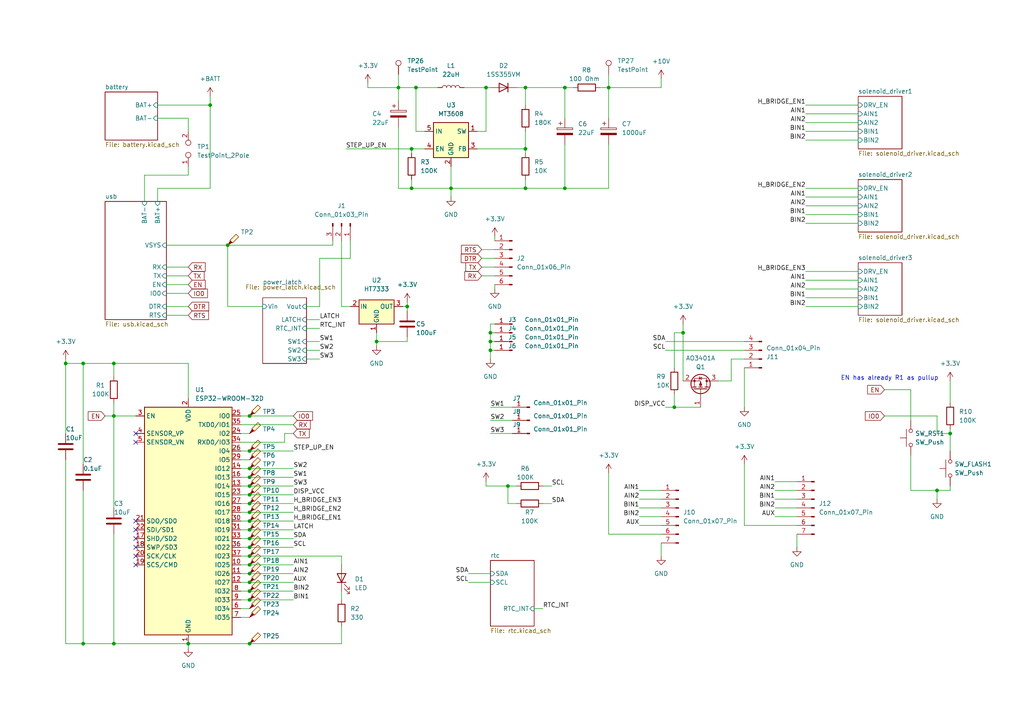
<source format=kicad_sch>
(kicad_sch (version 20230121) (generator eeschema)
  (paper "A4")
  (title_block (title "Automatic Irrigation Project"))
  (junction (at 72.39 130.81))
  (junction (at 120.65 25.4))
  (junction (at 163.83 54.61))
  (junction (at 142.24 96.52))
  (junction (at 72.39 168.91))
  (junction (at 195.58 118.11))
  (junction (at 115.57 25.4))
  (junction (at 33.02 105.41))
  (junction (at 198.12 96.52))
  (junction (at 72.39 153.67))
  (junction (at 152.4 25.4))
  (junction (at 33.02 120.65))
  (junction (at 72.39 156.21))
  (junction (at 72.39 146.05))
  (junction (at 163.83 25.4))
  (junction (at 176.53 25.4))
  (junction (at 19.05 105.41))
  (junction (at 60.96 30.48))
  (junction (at 72.39 186.69))
  (junction (at 72.39 166.37))
  (junction (at 72.39 148.59))
  (junction (at 72.39 143.51))
  (junction (at 119.38 54.61))
  (junction (at 109.22 99.06))
  (junction (at 33.02 186.69))
  (junction (at 147.32 140.97))
  (junction (at 119.38 43.18))
  (junction (at 142.24 101.6))
  (junction (at 72.39 138.43))
  (junction (at 72.39 151.13))
  (junction (at 152.4 43.18))
  (junction (at 72.39 171.45))
  (junction (at 142.24 99.06))
  (junction (at 72.39 163.83))
  (junction (at 72.39 158.75))
  (junction (at 72.39 161.29))
  (junction (at 140.97 25.4))
  (junction (at 130.81 54.61))
  (junction (at 72.39 173.99))
  (junction (at 152.4 54.61))
  (junction (at 72.39 120.65))
  (junction (at 66.04 71.12))
  (junction (at 72.39 135.89))
  (junction (at 54.61 186.69))
  (junction (at 275.59 125.73))
  (junction (at 24.13 186.69))
  (junction (at 118.11 88.9))
  (junction (at 271.78 142.24))
  (junction (at 24.13 105.41))
  (junction (at 72.39 140.97))
  (no_connect (at 39.37 153.67))
  (no_connect (at 39.37 125.73))
  (no_connect (at 39.37 128.27))
  (no_connect (at 39.37 163.83))
  (no_connect (at 39.37 151.13))
  (no_connect (at 39.37 161.29))
  (no_connect (at 39.37 158.75))
  (no_connect (at 39.37 156.21))
  (wire (pts (xy 82.55 125.73) (xy 85.09 125.73)))
  (wire (pts (xy 185.42 144.78) (xy 191.77 144.78)))
  (wire (pts (xy 24.13 105.41) (xy 33.02 105.41)))
  (wire (pts (xy 264.16 132.08) (xy 264.16 142.24)))
  (wire (pts (xy 185.42 147.32) (xy 191.77 147.32)))
  (wire (pts (xy 19.05 105.41) (xy 24.13 105.41)))
  (wire (pts (xy 176.53 41.91) (xy 176.53 54.61)))
  (wire (pts (xy 72.39 166.37) (xy 85.09 166.37)))
  (wire (pts (xy 140.97 25.4) (xy 142.24 25.4)))
  (wire (pts (xy 66.04 88.9) (xy 66.04 71.12)))
  (wire (pts (xy 69.85 158.75) (xy 72.39 158.75)))
  (wire (pts (xy 149.86 25.4) (xy 152.4 25.4)))
  (wire (pts (xy 248.92 38.1) (xy 233.68 38.1)))
  (wire (pts (xy 152.4 54.61) (xy 163.83 54.61)))
  (wire (pts (xy 119.38 43.18) (xy 123.19 43.18)))
  (wire (pts (xy 256.54 120.65) (xy 271.78 120.65)))
  (wire (pts (xy 33.02 120.65) (xy 33.02 147.32)))
  (wire (pts (xy 54.61 48.26) (xy 54.61 50.8)))
  (wire (pts (xy 248.92 57.15) (xy 233.68 57.15)))
  (wire (pts (xy 185.42 149.86) (xy 191.77 149.86)))
  (wire (pts (xy 264.16 113.03) (xy 264.16 121.92)))
  (wire (pts (xy 191.77 25.4) (xy 191.77 22.86)))
  (wire (pts (xy 69.85 143.51) (xy 72.39 143.51)))
  (wire (pts (xy 248.92 62.23) (xy 233.68 62.23)))
  (wire (pts (xy 72.39 153.67) (xy 85.09 153.67)))
  (wire (pts (xy 48.26 91.44) (xy 54.61 91.44)))
  (wire (pts (xy 139.7 77.47) (xy 143.51 77.47)))
  (wire (pts (xy 147.32 140.97) (xy 149.86 140.97)))
  (wire (pts (xy 195.58 114.3) (xy 195.58 118.11)))
  (wire (pts (xy 99.06 163.83) (xy 99.06 161.29)))
  (wire (pts (xy 231.14 154.94) (xy 231.14 158.75)))
  (wire (pts (xy 88.9 92.71) (xy 92.71 92.71)))
  (wire (pts (xy 118.11 97.79) (xy 118.11 99.06)))
  (wire (pts (xy 120.65 38.1) (xy 120.65 25.4)))
  (wire (pts (xy 101.6 88.9) (xy 99.06 88.9)))
  (wire (pts (xy 142.24 125.73) (xy 148.59 125.73)))
  (wire (pts (xy 224.79 149.86) (xy 231.14 149.86)))
  (wire (pts (xy 69.85 148.59) (xy 72.39 148.59)))
  (wire (pts (xy 33.02 105.41) (xy 33.02 109.22)))
  (wire (pts (xy 48.26 88.9) (xy 54.61 88.9)))
  (wire (pts (xy 60.96 30.48) (xy 60.96 54.61)))
  (wire (pts (xy 72.39 143.51) (xy 85.09 143.51)))
  (wire (pts (xy 69.85 168.91) (xy 72.39 168.91)))
  (wire (pts (xy 193.04 101.6) (xy 215.9 101.6)))
  (wire (pts (xy 48.26 77.47) (xy 54.61 77.47)))
  (wire (pts (xy 106.68 25.4) (xy 115.57 25.4)))
  (wire (pts (xy 48.26 71.12) (xy 66.04 71.12)))
  (wire (pts (xy 115.57 25.4) (xy 115.57 29.21)))
  (wire (pts (xy 119.38 43.18) (xy 119.38 44.45)))
  (wire (pts (xy 198.12 93.98) (xy 198.12 96.52)))
  (wire (pts (xy 72.39 151.13) (xy 85.09 151.13)))
  (wire (pts (xy 198.12 96.52) (xy 198.12 110.49)))
  (wire (pts (xy 69.85 176.53) (xy 72.39 176.53)))
  (wire (pts (xy 33.02 154.94) (xy 33.02 186.69)))
  (wire (pts (xy 88.9 99.06) (xy 92.71 99.06)))
  (wire (pts (xy 195.58 106.68) (xy 195.58 96.52)))
  (wire (pts (xy 152.4 54.61) (xy 152.4 52.07)))
  (wire (pts (xy 69.85 166.37) (xy 72.39 166.37)))
  (wire (pts (xy 195.58 96.52) (xy 198.12 96.52)))
  (wire (pts (xy 248.92 64.77) (xy 233.68 64.77)))
  (wire (pts (xy 24.13 142.24) (xy 24.13 186.69)))
  (wire (pts (xy 185.42 152.4) (xy 191.77 152.4)))
  (wire (pts (xy 248.92 40.64) (xy 233.68 40.64)))
  (wire (pts (xy 100.33 43.18) (xy 119.38 43.18)))
  (wire (pts (xy 152.4 25.4) (xy 163.83 25.4)))
  (wire (pts (xy 115.57 36.83) (xy 115.57 54.61)))
  (wire (pts (xy 142.24 93.98) (xy 142.24 96.52)))
  (wire (pts (xy 33.02 120.65) (xy 39.37 120.65)))
  (wire (pts (xy 118.11 88.9) (xy 118.11 87.63)))
  (wire (pts (xy 19.05 133.35) (xy 19.05 186.69)))
  (wire (pts (xy 88.9 101.6) (xy 92.71 101.6)))
  (wire (pts (xy 69.85 163.83) (xy 72.39 163.83)))
  (wire (pts (xy 163.83 41.91) (xy 163.83 54.61)))
  (wire (pts (xy 72.39 148.59) (xy 85.09 148.59)))
  (wire (pts (xy 248.92 35.56) (xy 233.68 35.56)))
  (wire (pts (xy 96.52 71.12) (xy 96.52 69.85)))
  (wire (pts (xy 271.78 142.24) (xy 271.78 144.78)))
  (wire (pts (xy 69.85 135.89) (xy 72.39 135.89)))
  (wire (pts (xy 92.71 74.93) (xy 92.71 88.9)))
  (wire (pts (xy 248.92 88.9) (xy 233.68 88.9)))
  (wire (pts (xy 69.85 156.21) (xy 72.39 156.21)))
  (wire (pts (xy 140.97 25.4) (xy 140.97 38.1)))
  (wire (pts (xy 173.99 25.4) (xy 176.53 25.4)))
  (wire (pts (xy 69.85 123.19) (xy 85.09 123.19)))
  (wire (pts (xy 45.72 54.61) (xy 45.72 58.42)))
  (wire (pts (xy 76.2 88.9) (xy 66.04 88.9)))
  (wire (pts (xy 54.61 186.69) (xy 54.61 187.96)))
  (wire (pts (xy 142.24 96.52) (xy 143.51 96.52)))
  (wire (pts (xy 99.06 161.29) (xy 72.39 161.29)))
  (wire (pts (xy 139.7 74.93) (xy 143.51 74.93)))
  (wire (pts (xy 163.83 54.61) (xy 176.53 54.61)))
  (wire (pts (xy 248.92 81.28) (xy 233.68 81.28)))
  (wire (pts (xy 135.89 166.37) (xy 142.24 166.37)))
  (wire (pts (xy 69.85 171.45) (xy 72.39 171.45)))
  (wire (pts (xy 118.11 88.9) (xy 118.11 90.17)))
  (wire (pts (xy 69.85 140.97) (xy 72.39 140.97)))
  (wire (pts (xy 30.48 120.65) (xy 33.02 120.65)))
  (wire (pts (xy 72.39 146.05) (xy 85.09 146.05)))
  (wire (pts (xy 69.85 138.43) (xy 72.39 138.43)))
  (wire (pts (xy 176.53 137.16) (xy 176.53 154.94)))
  (wire (pts (xy 215.9 152.4) (xy 231.14 152.4)))
  (wire (pts (xy 72.39 130.81) (xy 85.09 130.81)))
  (wire (pts (xy 41.91 50.8) (xy 54.61 50.8)))
  (wire (pts (xy 152.4 38.1) (xy 152.4 43.18)))
  (wire (pts (xy 41.91 58.42) (xy 41.91 50.8)))
  (wire (pts (xy 275.59 142.24) (xy 271.78 142.24)))
  (wire (pts (xy 152.4 25.4) (xy 152.4 30.48)))
  (wire (pts (xy 69.85 120.65) (xy 72.39 120.65)))
  (wire (pts (xy 157.48 140.97) (xy 160.02 140.97)))
  (wire (pts (xy 19.05 104.14) (xy 19.05 105.41)))
  (wire (pts (xy 115.57 54.61) (xy 119.38 54.61)))
  (wire (pts (xy 69.85 130.81) (xy 72.39 130.81)))
  (wire (pts (xy 72.39 140.97) (xy 85.09 140.97)))
  (wire (pts (xy 193.04 118.11) (xy 195.58 118.11)))
  (wire (pts (xy 224.79 142.24) (xy 231.14 142.24)))
  (wire (pts (xy 72.39 156.21) (xy 85.09 156.21)))
  (wire (pts (xy 152.4 54.61) (xy 130.81 54.61)))
  (wire (pts (xy 193.04 99.06) (xy 215.9 99.06)))
  (wire (pts (xy 106.68 24.13) (xy 106.68 25.4)))
  (wire (pts (xy 69.85 151.13) (xy 72.39 151.13)))
  (wire (pts (xy 48.26 82.55) (xy 54.61 82.55)))
  (wire (pts (xy 99.06 181.61) (xy 99.06 186.69)))
  (wire (pts (xy 88.9 104.14) (xy 92.71 104.14)))
  (wire (pts (xy 54.61 105.41) (xy 54.61 115.57)))
  (wire (pts (xy 72.39 171.45) (xy 85.09 171.45)))
  (wire (pts (xy 271.78 125.73) (xy 275.59 125.73)))
  (wire (pts (xy 275.59 124.46) (xy 275.59 125.73)))
  (wire (pts (xy 60.96 27.94) (xy 60.96 30.48)))
  (wire (pts (xy 142.24 101.6) (xy 143.51 101.6)))
  (wire (pts (xy 139.7 80.01) (xy 143.51 80.01)))
  (wire (pts (xy 82.55 125.73) (xy 82.55 128.27)))
  (wire (pts (xy 72.39 186.69) (xy 54.61 186.69)))
  (wire (pts (xy 248.92 33.02) (xy 233.68 33.02)))
  (wire (pts (xy 119.38 52.07) (xy 119.38 54.61)))
  (wire (pts (xy 116.84 88.9) (xy 118.11 88.9)))
  (wire (pts (xy 142.24 99.06) (xy 142.24 101.6)))
  (wire (pts (xy 99.06 69.85) (xy 99.06 88.9)))
  (wire (pts (xy 99.06 171.45) (xy 99.06 173.99)))
  (wire (pts (xy 147.32 146.05) (xy 147.32 140.97)))
  (wire (pts (xy 69.85 125.73) (xy 72.39 125.73)))
  (wire (pts (xy 212.09 110.49) (xy 212.09 104.14)))
  (wire (pts (xy 233.68 54.61) (xy 248.92 54.61)))
  (wire (pts (xy 54.61 34.29) (xy 45.72 34.29)))
  (wire (pts (xy 233.68 30.48) (xy 248.92 30.48)))
  (wire (pts (xy 101.6 74.93) (xy 92.71 74.93)))
  (wire (pts (xy 72.39 120.65) (xy 85.09 120.65)))
  (wire (pts (xy 176.53 25.4) (xy 176.53 34.29)))
  (wire (pts (xy 48.26 80.01) (xy 54.61 80.01)))
  (wire (pts (xy 120.65 25.4) (xy 127 25.4)))
  (wire (pts (xy 271.78 120.65) (xy 271.78 125.73)))
  (wire (pts (xy 138.43 38.1) (xy 140.97 38.1)))
  (wire (pts (xy 33.02 116.84) (xy 33.02 120.65)))
  (wire (pts (xy 69.85 153.67) (xy 72.39 153.67)))
  (wire (pts (xy 33.02 186.69) (xy 54.61 186.69)))
  (wire (pts (xy 176.53 25.4) (xy 191.77 25.4)))
  (wire (pts (xy 275.59 125.73) (xy 275.59 130.81)))
  (wire (pts (xy 215.9 134.62) (xy 215.9 152.4)))
  (wire (pts (xy 140.97 140.97) (xy 147.32 140.97)))
  (wire (pts (xy 72.39 138.43) (xy 85.09 138.43)))
  (wire (pts (xy 69.85 173.99) (xy 72.39 173.99)))
  (wire (pts (xy 142.24 96.52) (xy 142.24 99.06)))
  (wire (pts (xy 163.83 25.4) (xy 163.83 34.29)))
  (wire (pts (xy 191.77 157.48) (xy 191.77 161.29)))
  (wire (pts (xy 19.05 186.69) (xy 24.13 186.69)))
  (wire (pts (xy 157.48 146.05) (xy 160.02 146.05)))
  (wire (pts (xy 130.81 54.61) (xy 130.81 57.15)))
  (wire (pts (xy 109.22 96.52) (xy 109.22 99.06)))
  (wire (pts (xy 92.71 88.9) (xy 88.9 88.9)))
  (wire (pts (xy 45.72 30.48) (xy 60.96 30.48)))
  (wire (pts (xy 142.24 101.6) (xy 142.24 104.14)))
  (wire (pts (xy 143.51 82.55) (xy 143.51 83.82)))
  (wire (pts (xy 224.79 147.32) (xy 231.14 147.32)))
  (wire (pts (xy 256.54 113.03) (xy 264.16 113.03)))
  (wire (pts (xy 120.65 25.4) (xy 115.57 25.4)))
  (wire (pts (xy 72.39 158.75) (xy 85.09 158.75)))
  (wire (pts (xy 248.92 83.82) (xy 233.68 83.82)))
  (wire (pts (xy 152.4 43.18) (xy 152.4 44.45)))
  (wire (pts (xy 215.9 106.68) (xy 215.9 118.11)))
  (wire (pts (xy 48.26 85.09) (xy 54.61 85.09)))
  (wire (pts (xy 72.39 135.89) (xy 85.09 135.89)))
  (wire (pts (xy 185.42 142.24) (xy 191.77 142.24)))
  (wire (pts (xy 118.11 99.06) (xy 109.22 99.06)))
  (wire (pts (xy 248.92 59.69) (xy 233.68 59.69)))
  (wire (pts (xy 134.62 25.4) (xy 140.97 25.4)))
  (wire (pts (xy 248.92 86.36) (xy 233.68 86.36)))
  (wire (pts (xy 130.81 48.26) (xy 130.81 54.61)))
  (wire (pts (xy 72.39 163.83) (xy 85.09 163.83)))
  (wire (pts (xy 176.53 21.59) (xy 176.53 25.4)))
  (wire (pts (xy 66.04 71.12) (xy 96.52 71.12)))
  (wire (pts (xy 69.85 128.27) (xy 82.55 128.27)))
  (wire (pts (xy 142.24 121.92) (xy 148.59 121.92)))
  (wire (pts (xy 212.09 104.14) (xy 215.9 104.14)))
  (wire (pts (xy 101.6 69.85) (xy 101.6 74.93)))
  (wire (pts (xy 123.19 38.1) (xy 120.65 38.1)))
  (wire (pts (xy 142.24 118.11) (xy 148.59 118.11)))
  (wire (pts (xy 233.68 78.74) (xy 248.92 78.74)))
  (wire (pts (xy 139.7 72.39) (xy 143.51 72.39)))
  (wire (pts (xy 135.89 168.91) (xy 142.24 168.91)))
  (wire (pts (xy 176.53 154.94) (xy 191.77 154.94)))
  (wire (pts (xy 115.57 21.59) (xy 115.57 25.4)))
  (wire (pts (xy 138.43 43.18) (xy 152.4 43.18)))
  (wire (pts (xy 54.61 34.29) (xy 54.61 38.1)))
  (wire (pts (xy 140.97 139.7) (xy 140.97 140.97)))
  (wire (pts (xy 33.02 105.41) (xy 54.61 105.41)))
  (wire (pts (xy 224.79 144.78) (xy 231.14 144.78)))
  (wire (pts (xy 163.83 25.4) (xy 166.37 25.4)))
  (wire (pts (xy 72.39 168.91) (xy 85.09 168.91)))
  (wire (pts (xy 154.94 176.53) (xy 157.48 176.53)))
  (wire (pts (xy 264.16 142.24) (xy 271.78 142.24)))
  (wire (pts (xy 24.13 186.69) (xy 33.02 186.69)))
  (wire (pts (xy 60.96 54.61) (xy 45.72 54.61)))
  (wire (pts (xy 149.86 146.05) (xy 147.32 146.05)))
  (wire (pts (xy 142.24 99.06) (xy 143.51 99.06)))
  (wire (pts (xy 275.59 110.49) (xy 275.59 116.84)))
  (wire (pts (xy 143.51 68.58) (xy 143.51 69.85)))
  (wire (pts (xy 72.39 173.99) (xy 85.09 173.99)))
  (wire (pts (xy 275.59 140.97) (xy 275.59 142.24)))
  (wire (pts (xy 208.28 110.49) (xy 212.09 110.49)))
  (wire (pts (xy 88.9 95.25) (xy 92.71 95.25)))
  (wire (pts (xy 19.05 105.41) (xy 19.05 125.73)))
  (wire (pts (xy 109.22 99.06) (xy 109.22 100.33)))
  (wire (pts (xy 195.58 118.11) (xy 203.2 118.11)))
  (wire (pts (xy 224.79 139.7) (xy 231.14 139.7)))
  (wire (pts (xy 69.85 179.07) (xy 72.39 179.07)))
  (wire (pts (xy 72.39 186.69) (xy 99.06 186.69)))
  (wire (pts (xy 143.51 93.98) (xy 142.24 93.98)))
  (wire (pts (xy 69.85 146.05) (xy 72.39 146.05)))
  (wire (pts (xy 69.85 133.35) (xy 72.39 133.35)))
  (wire (pts (xy 119.38 54.61) (xy 130.81 54.61)))
  (wire (pts (xy 24.13 105.41) (xy 24.13 134.62)))
  (wire (pts (xy 72.39 161.29) (xy 69.85 161.29)))
  (text "EN has already R1 as pullup" (at 243.84 110.49 0) (effects (font (size 1.27 1.27)) (justify left bottom)))
  (label "AIN1" (at 233.68 33.02 180))
  (label "H_BRIDGE_EN2" (at 233.68 54.61 180))
  (label "BIN1" (at 185.42 147.32 180))
  (label "H_BRIDGE_EN2" (at 85.09 148.59 0))
  (label "DISP_VCC" (at 85.09 143.51 0))
  (label "BIN1" (at 233.68 62.23 180))
  (label "AIN1" (at 233.68 57.15 180))
  (label "BIN1" (at 224.79 144.78 180))
  (label "SW3" (at 142.24 125.73 0))
  (label "BIN2" (at 224.79 147.32 180))
  (label "BIN2" (at 85.09 171.45 0))
  (label "AIN1" (at 85.09 163.83 0))
  (label "RTC_INT" (at 157.48 176.53 0))
  (label "LATCH" (at 85.09 153.67 0))
  (label "AUX" (at 224.79 149.86 180))
  (label "SW3" (at 92.71 104.14 0))
  (label "AIN2" (at 85.09 166.37 0))
  (label "BIN1" (at 233.68 86.36 180))
  (label "SDA" (at 85.09 156.21 0))
  (label "AIN1" (at 233.68 81.28 180))
  (label "SDA" (at 193.04 99.06 180))
  (label "BIN2" (at 233.68 88.9 180))
  (label "SW3" (at 85.09 140.97 0))
  (label "AIN2" (at 224.79 142.24 180))
  (label "AIN2" (at 233.68 83.82 180))
  (label "AIN1" (at 224.79 139.7 180))
  (label "SW2" (at 85.09 135.89 0))
  (label "AIN2" (at 233.68 35.56 180))
  (label "H_BRIDGE_EN1" (at 85.09 151.13 0))
  (label "SW1" (at 142.24 118.11 0))
  (label "SCL" (at 193.04 101.6 180))
  (label "H_BRIDGE_EN1" (at 233.68 30.48 180))
  (label "AIN2" (at 233.68 59.69 180))
  (label "AIN1" (at 185.42 142.24 180))
  (label "SW1" (at 92.71 99.06 0))
  (label "AUX" (at 185.42 152.4 180))
  (label "DISP_VCC" (at 193.04 118.11 180))
  (label "AIN2" (at 185.42 144.78 180))
  (label "SCL" (at 160.02 140.97 0))
  (label "H_BRIDGE_EN3" (at 233.68 78.74 180))
  (label "STEP_UP_EN" (at 85.09 130.81 0))
  (label "BIN1" (at 85.09 173.99 0))
  (label "BIN2" (at 185.42 149.86 180))
  (label "SCL" (at 135.89 168.91 180))
  (label "SCL" (at 85.09 158.75 0))
  (label "BIN2" (at 233.68 40.64 180))
  (label "BIN2" (at 233.68 64.77 180))
  (label "RTC_INT" (at 92.71 95.25 0))
  (label "SW1" (at 85.09 138.43 0))
  (label "SW2" (at 92.71 101.6 0))
  (label "H_BRIDGE_EN3" (at 85.09 146.05 0))
  (label "SDA" (at 135.89 166.37 180))
  (label "STEP_UP_EN" (at 100.33 43.18 0))
  (label "AUX" (at 85.09 168.91 0))
  (label "LATCH" (at 92.71 92.71 0))
  (label "BIN1" (at 233.68 38.1 180))
  (label "SW2" (at 142.24 121.92 0))
  (label "SDA" (at 160.02 146.05 0))
  (global_label "IO0" (shape input) (at 54.61 85.09 0) (property "Intersheetrefs" "${INTERSHEET_REFS}" (effects hide)))
  (global_label "TX" (shape input) (at 54.61 80.01 0) (property "Intersheetrefs" "${INTERSHEET_REFS}" (effects hide)))
  (global_label "IO0" (shape input) (at 256.54 120.65 180) (property "Intersheetrefs" "${INTERSHEET_REFS}" (effects hide)))
  (global_label "RX" (shape input) (at 54.61 77.47 0) (property "Intersheetrefs" "${INTERSHEET_REFS}" (effects hide)))
  (global_label "EN" (shape input) (at 256.54 113.03 180) (property "Intersheetrefs" "${INTERSHEET_REFS}" (effects hide)))
  (global_label "DTR" (shape input) (at 54.61 88.9 0) (property "Intersheetrefs" "${INTERSHEET_REFS}" (effects hide)))
  (global_label "EN" (shape input) (at 54.61 82.55 0) (property "Intersheetrefs" "${INTERSHEET_REFS}" (effects hide)))
  (global_label "EN" (shape input) (at 30.48 120.65 180) (property "Intersheetrefs" "${INTERSHEET_REFS}" (effects hide)))
  (global_label "RTS" (shape input) (at 54.61 91.44 0) (property "Intersheetrefs" "${INTERSHEET_REFS}" (effects hide)))
  (global_label "RX" (shape input) (at 85.09 123.19 0) (property "Intersheetrefs" "${INTERSHEET_REFS}" (effects hide)))
  (global_label "RTS" (shape input) (at 139.7 72.39 180) (property "Intersheetrefs" "${INTERSHEET_REFS}" (effects hide)))
  (global_label "TX" (shape input) (at 139.7 77.47 180) (property "Intersheetrefs" "${INTERSHEET_REFS}" (effects hide)))
  (global_label "IO0" (shape input) (at 85.09 120.65 0) (property "Intersheetrefs" "${INTERSHEET_REFS}" (effects hide)))
  (global_label "RX" (shape input) (at 139.7 80.01 180) (property "Intersheetrefs" "${INTERSHEET_REFS}" (effects hide)))
  (global_label "TX" (shape input) (at 85.09 125.73 0) (property "Intersheetrefs" "${INTERSHEET_REFS}" (effects hide)))
  (global_label "DTR" (shape input) (at 139.7 74.93 180) (property "Intersheetrefs" "${INTERSHEET_REFS}" (effects hide)))
  (symbol (lib_id "Connector:TestPoint_Probe") (at 72.39 161.29 0) (unit 1)
    (property "Reference" "TP17" (at 76.2 160.02 0) (effects (justify left)))
    (property "Value" "TestPoint_Probe" (effects hide))
    (property "Footprint" "TestPoint:TestPoint_THTPad_D1.5mm_Drill0.7mm" (effects hide))
  )
  (symbol (lib_id "Connector:TestPoint_Probe") (at 72.39 186.69 0) (unit 1)
    (property "Reference" "TP25" (at 76.2 184.4675 0) (effects (justify left)))
    (property "Value" "TestPoint_Probe" (effects hide))
    (property "Footprint" "TestPoint:TestPoint_THTPad_D1.5mm_Drill0.7mm" (effects hide))
  )
  (symbol (lib_id "Connector:TestPoint_Probe") (at 72.39 158.75 0) (unit 1)
    (property "Reference" "TP16" (at 76.2 157.48 0) (effects (justify left)))
    (property "Value" "TestPoint_Probe" (effects hide))
    (property "Footprint" "TestPoint:TestPoint_THTPad_D1.5mm_Drill0.7mm" (effects hide))
  )
  (symbol (lib_id "Connector:Conn_01x06_Pin") (at 148.59 74.93 0) (mirror y) (unit 1)
    (property "Reference" "J2" (at 149.86 74.93 0) (effects (justify right)))
    (property "Value" "Conn_01x06_Pin" (at 149.86 77.47 0) (effects (justify right)))
    (property "Footprint" "Connector_PinHeader_2.54mm:PinHeader_1x06_P2.54mm_Vertical" (effects hide))
  )
  (symbol (lib_id "power:+3.3V") (at 143.51 68.58 0) (unit 1)
    (property "Reference" "#PWR010" (effects hide))
    (property "Value" "+3.3V" (at 143.51 63.5 0))
  )
  (symbol (lib_id "Device:LED") (at 99.06 167.64 90) (unit 1)
    (property "Reference" "D1" (at 102.87 167.9574 90) (effects (justify right)))
    (property "Value" "LED" (at 102.87 170.4974 90) (effects (justify right)))
    (property "Footprint" "LED_SMD:LED_0603_1608Metric_Pad1.05x0.95mm_HandSolder" (effects hide))
  )
  (symbol (lib_id "Device:C") (at 118.11 93.98 0) (unit 1)
    (property "Reference" "C5" (at 120.65 93.98 0) (effects (justify left)))
    (property "Value" "100uF" (at 120.65 96.52 0) (effects (justify left)))
    (property "Footprint" "Capacitor_SMD:C_1206_3216Metric_Pad1.33x1.80mm_HandSolder" (effects hide))
  )
  (symbol (lib_id "Connector:TestPoint_2Pole") (at 54.61 43.18 90) (unit 1)
    (property "Reference" "TP1" (at 57.15 42.545 90) (effects (justify right)))
    (property "Value" "TestPoint_2Pole" (at 57.15 45.085 90) (effects (justify right)))
    (property "Footprint" "TestPoint:TestPoint_2Pads_Pitch2.54mm_Drill0.8mm" (effects hide))
  )
  (symbol (lib_id "Device:R") (at 195.58 110.49 180) (unit 1)
    (property "Reference" "R9" (at 193.04 109.22 0) (effects (justify left)))
    (property "Value" "10K" (at 194.31 111.76 0) (effects (justify left)))
    (property "Footprint" "Resistor_SMD:R_0603_1608Metric_Pad0.98x0.95mm_HandSolder" (effects hide))
  )
  (symbol (lib_id "Device:R") (at 152.4 48.26 0) (unit 1)
    (property "Reference" "R5" (at 154.94 46.99 0) (effects (justify left)))
    (property "Value" "10K" (at 154.94 49.53 0) (effects (justify left)))
    (property "Footprint" "Resistor_SMD:R_0603_1608Metric_Pad0.98x0.95mm_HandSolder" (effects hide))
  )
  (symbol (lib_id "Connector:TestPoint_Probe") (at 72.39 133.35 0) (unit 1)
    (property "Reference" "TP6" (at 76.2 132.08 0) (effects (justify left)))
    (property "Value" "TestPoint_Probe" (effects hide))
    (property "Footprint" "TestPoint:TestPoint_THTPad_D1.5mm_Drill0.7mm" (effects hide))
  )
  (symbol (lib_id "power:GND") (at 130.81 57.15 0) (unit 1)
    (property "Reference" "#PWR07" (effects hide))
    (property "Value" "GND" (at 130.81 62.23 0))
  )
  (symbol (lib_id "Connector:TestPoint_Probe") (at 72.39 163.83 0) (unit 1)
    (property "Reference" "TP18" (at 76.2 162.56 0) (effects (justify left)))
    (property "Value" "TestPoint_Probe" (effects hide))
    (property "Footprint" "TestPoint:TestPoint_THTPad_D1.5mm_Drill0.7mm" (effects hide))
  )
  (symbol (lib_id "Device:R") (at 275.59 120.65 0) (unit 1)
    (property "Reference" "R10" (at 278.13 119.38 0) (effects (justify left)))
    (property "Value" "100K" (at 278.13 121.92 0) (effects (justify left)))
    (property "Footprint" "Resistor_SMD:R_0603_1608Metric_Pad0.98x0.95mm_HandSolder" (effects hide))
  )
  (symbol (lib_id "Device:C") (at 19.05 129.54 0) (unit 1)
    (property "Reference" "C1" (at 19.05 124.46 0) (effects (justify left)))
    (property "Value" "10uF" (at 19.05 127 0) (effects (justify left)))
    (property "Footprint" "Capacitor_SMD:C_0603_1608Metric_Pad1.08x0.95mm_HandSolder" (effects hide))
  )
  (symbol (lib_id "Device:R") (at 119.38 48.26 0) (unit 1)
    (property "Reference" "R3" (at 121.92 46.99 0) (effects (justify left)))
    (property "Value" "100K" (at 121.92 49.53 0) (effects (justify left)))
    (property "Footprint" "Resistor_SMD:R_0603_1608Metric_Pad0.98x0.95mm_HandSolder" (effects hide))
  )
  (symbol (lib_id "Device:R") (at 152.4 34.29 0) (unit 1)
    (property "Reference" "R4" (at 154.94 33.02 0) (effects (justify left)))
    (property "Value" "180K" (at 154.94 35.56 0) (effects (justify left)))
    (property "Footprint" "Resistor_SMD:R_0603_1608Metric_Pad0.98x0.95mm_HandSolder" (effects hide))
  )
  (symbol (lib_id "power:+10V") (at 191.77 22.86 0) (unit 1)
    (property "Reference" "#PWR013" (effects hide))
    (property "Value" "+10V" (at 191.77 17.78 0))
  )
  (symbol (lib_id "Connector:TestPoint_Probe") (at 72.39 166.37 0) (unit 1)
    (property "Reference" "TP19" (at 76.2 165.1 0) (effects (justify left)))
    (property "Value" "TestPoint_Probe" (effects hide))
    (property "Footprint" "TestPoint:TestPoint_THTPad_D1.5mm_Drill0.7mm" (effects hide))
  )
  (symbol (lib_id "Connector:Conn_01x01_Pin") (at 153.67 125.73 0) (mirror y) (unit 1)
    (property "Reference" "J9" (at 149.86 123.19 0))
    (property "Value" "Conn_01x01_Pin" (at 162.56 124.46 0))
    (property "Footprint" "Connector_Pin:Pin_D1.0mm_L10.0mm" (effects hide))
  )
  (symbol (lib_id "Device:R") (at 153.67 146.05 90) (unit 1)
    (property "Reference" "R7" (at 154.94 148.59 90) (effects (justify left)))
    (property "Value" "100K" (at 156.21 151.13 90) (effects (justify left)))
    (property "Footprint" "Resistor_SMD:R_0603_1608Metric_Pad0.98x0.95mm_HandSolder" (effects hide))
  )
  (symbol (lib_id "Regulator_Switching:MT3608") (at 130.81 40.64 0) (unit 1)
    (property "Reference" "U3" (at 130.81 30.48 0))
    (property "Value" "MT3608" (at 130.81 33.02 0))
    (property "Footprint" "Package_TO_SOT_SMD:SOT-23-6" (effects hide))
    (property "Datasheet" "https://www.olimex.com/Products/Breadboarding/BB-PWR-3608/resources/MT3608.pdf" (effects hide))
  )
  (symbol (lib_id "Device:C_Polarized") (at 176.53 38.1 0) (unit 1)
    (property "Reference" "C7" (at 180.34 35.9409 0) (effects (justify left)))
    (property "Value" "1000uF" (at 180.34 38.4809 0) (effects (justify left)))
    (property "Footprint" "Capacitor_THT:CP_Radial_D10.0mm_P5.00mm" (effects hide))
  )
  (symbol (lib_id "power:+3.3V") (at 106.68 24.13 0) (unit 1)
    (property "Reference" "#PWR04" (effects hide))
    (property "Value" "+3.3V" (at 106.68 19.05 0))
  )
  (symbol (lib_id "Connector:TestPoint_Probe") (at 72.39 135.89 0) (unit 1)
    (property "Reference" "TP7" (at 76.2 134.62 0) (effects (justify left)))
    (property "Value" "TestPoint_Probe" (effects hide))
    (property "Footprint" "TestPoint:TestPoint_THTPad_D1.5mm_Drill0.7mm" (effects hide))
  )
  (symbol (lib_id "Diode:1SS355VM") (at 146.05 25.4 180) (unit 1)
    (property "Reference" "D2" (at 146.05 19.05 0))
    (property "Value" "1SS355VM" (at 146.05 21.59 0))
    (property "Footprint" "Diode_SMD:D_2010_5025Metric" (effects hide))
    (property "Datasheet" "https://fscdn.rohm.com/en/products/databook/datasheet/discrete/diode/switching/1ss355vmte-17-e.pdf" (effects hide))
  )
  (symbol (lib_id "RF_Module:ESP32-WROOM-32D") (at 54.61 151.13 0) (unit 1)
    (property "Reference" "U1" (at 56.6294 113.03 0) (effects (justify left)))
    (property "Value" "ESP32-WROOM-32D" (at 56.6294 115.57 0) (effects (justify left)))
    (property "Footprint" "custom_footprints:ESP32-WROOM-32D" (effects hide))
    (property "Datasheet" "https://www.espressif.com/sites/default/files/documentation/esp32-wroom-32d_esp32-wroom-32u_datasheet_en.pdf" (effects hide))
  )
  (symbol (lib_id "Device:R") (at 170.18 25.4 90) (unit 1)
    (property "Reference" "R8" (at 171.45 20.32 90) (effects (justify left)))
    (property "Value" "100 Ohm" (at 173.99 22.86 90) (effects (justify left)))
    (property "Footprint" "Resistor_SMD:R_0603_1608Metric_Pad0.98x0.95mm_HandSolder" (effects hide))
  )
  (symbol (lib_id "Transistor_FET:AO3401A") (at 203.2 113.03 270) (mirror x) (unit 1)
    (property "Reference" "Q1" (at 203.2 106.426 90))
    (property "Value" "AO3401A" (at 203.2 103.886 90))
    (property "Footprint" "Package_TO_SOT_SMD:SOT-23" (effects hide))
    (property "Datasheet" "http://www.aosmd.com/pdfs/datasheet/AO3401A.pdf" (effects hide))
  )
  (symbol (lib_id "Connector:TestPoint_Probe") (at 72.39 176.53 0) (unit 1)
    (property "Reference" "TP23" (at 76.2 175.26 0) (effects (justify left)))
    (property "Value" "TestPoint_Probe" (effects hide))
    (property "Footprint" "TestPoint:TestPoint_THTPad_D1.5mm_Drill0.7mm" (effects hide))
  )
  (symbol (lib_id "Connector:TestPoint_Probe") (at 72.39 156.21 0) (unit 1)
    (property "Reference" "TP15" (at 76.2 154.94 0) (effects (justify left)))
    (property "Value" "TestPoint_Probe" (effects hide))
    (property "Footprint" "TestPoint:TestPoint_THTPad_D1.5mm_Drill0.7mm" (effects hide))
  )
  (symbol (lib_id "power:GND") (at 215.9 118.11 0) (unit 1)
    (property "Reference" "#PWR016" (effects hide))
    (property "Value" "GND" (at 215.9 123.19 0))
  )
  (symbol (lib_id "Connector:TestPoint_Probe") (at 72.39 143.51 0) (unit 1)
    (property "Reference" "TP10" (at 76.2 142.24 0) (effects (justify left)))
    (property "Value" "TestPoint_Probe" (effects hide))
    (property "Footprint" "TestPoint:TestPoint_THTPad_D1.5mm_Drill0.7mm" (effects hide))
  )
  (symbol (lib_id "Connector:Conn_01x01_Pin") (at 153.67 118.11 0) (mirror y) (unit 1)
    (property "Reference" "J7" (at 149.86 115.57 0))
    (property "Value" "Conn_01x01_Pin" (at 162.56 116.84 0))
    (property "Footprint" "Connector_Pin:Pin_D1.0mm_L10.0mm" (effects hide))
  )
  (symbol (lib_id "Connector:Conn_01x01_Pin") (at 153.67 121.92 0) (mirror y) (unit 1)
    (property "Reference" "J8" (at 149.86 119.38 0))
    (property "Value" "Conn_01x01_Pin" (at 162.56 120.65 0))
    (property "Footprint" "Connector_Pin:Pin_D1.0mm_L10.0mm" (effects hide))
  )
  (symbol (lib_id "power:+3.3V") (at 176.53 137.16 0) (unit 1)
    (property "Reference" "#PWR012" (effects hide))
    (property "Value" "+3.3V" (at 176.53 132.08 0))
  )
  (symbol (lib_id "power:+3.3V") (at 118.11 87.63 0) (unit 1)
    (property "Reference" "#PWR06" (effects hide))
    (property "Value" "+3.3V" (at 118.11 82.55 0))
  )
  (symbol (lib_id "power:+3.3V") (at 140.97 139.7 0) (unit 1)
    (property "Reference" "#PWR08" (effects hide))
    (property "Value" "+3.3V" (at 140.97 134.62 0))
  )
  (symbol (lib_id "Device:R") (at 33.02 113.03 180) (unit 1)
    (property "Reference" "R1" (at 30.48 111.76 0) (effects (justify left)))
    (property "Value" "100K" (at 31.75 114.3 0) (effects (justify left)))
    (property "Footprint" "Resistor_SMD:R_0603_1608Metric_Pad0.98x0.95mm_HandSolder" (effects hide))
  )
  (symbol (lib_id "Connector:TestPoint_Probe") (at 72.39 140.97 0) (unit 1)
    (property "Reference" "TP9" (at 76.2 139.7 0) (effects (justify left)))
    (property "Value" "TestPoint_Probe" (effects hide))
    (property "Footprint" "TestPoint:TestPoint_THTPad_D1.5mm_Drill0.7mm" (effects hide))
  )
  (symbol (lib_id "Connector:TestPoint_Probe") (at 72.39 146.05 0) (unit 1)
    (property "Reference" "TP11" (at 76.2 144.78 0) (effects (justify left)))
    (property "Value" "TestPoint_Probe" (effects hide))
    (property "Footprint" "TestPoint:TestPoint_THTPad_D1.5mm_Drill0.7mm" (effects hide))
  )
  (symbol (lib_id "Connector:TestPoint_Probe") (at 72.39 120.65 0) (unit 1)
    (property "Reference" "TP3" (at 76.2 119.38 0) (effects (justify left)))
    (property "Value" "TestPoint_Probe" (effects hide))
    (property "Footprint" "TestPoint:TestPoint_THTPad_D1.5mm_Drill0.7mm" (effects hide))
  )
  (symbol (lib_id "Device:C") (at 33.02 151.13 0) (unit 1)
    (property "Reference" "C3" (at 33.02 146.05 0) (effects (justify left)))
    (property "Value" "10uF" (at 33.02 148.59 0) (effects (justify left)))
    (property "Footprint" "Capacitor_SMD:C_0603_1608Metric_Pad1.08x0.95mm_HandSolder" (effects hide))
  )
  (symbol (lib_id "Connector:Conn_01x01_Pin") (at 148.59 93.98 0) (mirror y) (unit 1)
    (property "Reference" "J3" (at 148.59 92.71 0))
    (property "Value" "Conn_01x01_Pin" (at 160.02 92.71 0))
    (property "Footprint" "MountingHole:MountingHole_3.2mm_M3_ISO7380_Pad_TopBottom" (effects hide))
  )
  (symbol (lib_id "Connector:TestPoint_Probe") (at 72.39 151.13 0) (unit 1)
    (property "Reference" "TP13" (at 76.2 149.86 0) (effects (justify left)))
    (property "Value" "TestPoint_Probe" (effects hide))
    (property "Footprint" "TestPoint:TestPoint_THTPad_D1.5mm_Drill0.7mm" (effects hide))
  )
  (symbol (lib_id "power:+BATT") (at 60.96 27.94 0) (unit 1)
    (property "Reference" "#PWR03" (effects hide))
    (property "Value" "+BATT" (at 60.96 22.86 0))
  )
  (symbol (lib_id "Switch:SW_Push") (at 264.16 127 90) (unit 1)
    (property "Reference" "SW_RST1" (at 265.43 125.73 90) (effects (justify right)))
    (property "Value" "SW_Push" (at 265.43 128.27 90) (effects (justify right)))
    (property "Footprint" "Button_Switch_THT:SW_PUSH_6mm_H4.3mm" (effects hide))
  )
  (symbol (lib_id "Device:L") (at 130.81 25.4 90) (unit 1)
    (property "Reference" "L1" (at 130.81 19.05 90))
    (property "Value" "22uH" (at 130.81 21.59 90))
    (property "Footprint" "Inductor_SMD:L_Bourns-SRU1028_10.0x10.0mm" (effects hide))
  )
  (symbol (lib_id "Connector:TestPoint") (at 115.57 21.59 0) (unit 1)
    (property "Reference" "TP26" (at 118.11 17.653 0) (effects (justify left)))
    (property "Value" "TestPoint" (at 118.11 20.193 0) (effects (justify left)))
    (property "Footprint" "TestPoint:TestPoint_THTPad_D1.0mm_Drill0.5mm" (effects hide))
  )
  (symbol (lib_id "Connector:Conn_01x01_Pin") (at 148.59 96.52 0) (mirror y) (unit 1)
    (property "Reference" "J4" (at 148.59 95.25 0))
    (property "Value" "Conn_01x01_Pin" (at 160.02 95.25 0))
    (property "Footprint" "MountingHole:MountingHole_3.2mm_M3_ISO7380_Pad_TopBottom" (effects hide))
  )
  (symbol (lib_id "power:+3.3V") (at 275.59 110.49 0) (unit 1)
    (property "Reference" "#PWR020" (effects hide))
    (property "Value" "+3.3V" (at 275.59 105.41 0))
  )
  (symbol (lib_id "Device:R") (at 99.06 177.8 0) (unit 1)
    (property "Reference" "R2" (at 101.6 176.5299 0) (effects (justify left)))
    (property "Value" "330" (at 101.6 179.0699 0) (effects (justify left)))
    (property "Footprint" "Resistor_SMD:R_0603_1608Metric_Pad0.98x0.95mm_HandSolder" (effects hide))
  )
  (symbol (lib_id "Connector:TestPoint_Probe") (at 72.39 171.45 0) (unit 1)
    (property "Reference" "TP21" (at 76.2 170.18 0) (effects (justify left)))
    (property "Value" "TestPoint_Probe" (effects hide))
    (property "Footprint" "TestPoint:TestPoint_THTPad_D1.5mm_Drill0.7mm" (effects hide))
  )
  (symbol (lib_id "Connector:Conn_01x03_Pin") (at 99.06 64.77 270) (unit 1)
    (property "Reference" "J1" (at 99.06 59.69 90))
    (property "Value" "Conn_01x03_Pin" (at 99.06 62.23 90))
    (property "Footprint" "Connector_PinHeader_2.54mm:PinHeader_1x03_P2.54mm_Vertical" (effects hide))
  )
  (symbol (lib_id "Connector:TestPoint_Probe") (at 72.39 148.59 0) (unit 1)
    (property "Reference" "TP12" (at 76.2 147.32 0) (effects (justify left)))
    (property "Value" "TestPoint_Probe" (effects hide))
    (property "Footprint" "TestPoint:TestPoint_THTPad_D1.5mm_Drill0.7mm" (effects hide))
  )
  (symbol (lib_id "Connector:TestPoint") (at 176.53 21.59 0) (unit 1)
    (property "Reference" "TP27" (at 179.07 17.653 0) (effects (justify left)))
    (property "Value" "TestPoint" (at 179.07 20.193 0) (effects (justify left)))
    (property "Footprint" "TestPoint:TestPoint_THTPad_D1.0mm_Drill0.5mm" (effects hide))
  )
  (symbol (lib_id "Connector:TestPoint_Probe") (at 72.39 125.73 0) (unit 1)
    (property "Reference" "TP4" (at 76.2 124.46 0) (effects (justify left)))
    (property "Value" "TestPoint_Probe" (effects hide))
    (property "Footprint" "TestPoint:TestPoint_THTPad_D1.5mm_Drill0.7mm" (effects hide))
  )
  (symbol (lib_id "power:GND") (at 109.22 100.33 0) (unit 1)
    (property "Reference" "#PWR05" (effects hide))
    (property "Value" "GND" (at 109.22 105.41 0))
  )
  (symbol (lib_id "Device:C_Polarized") (at 163.83 38.1 0) (unit 1)
    (property "Reference" "C6" (at 167.64 35.9409 0) (effects (justify left)))
    (property "Value" "22uF" (at 167.64 38.4809 0) (effects (justify left)))
    (property "Footprint" "Capacitor_SMD:C_1206_3216Metric_Pad1.33x1.80mm_HandSolder" (effects hide))
  )
  (symbol (lib_id "Connector:TestPoint_Probe") (at 72.39 168.91 0) (unit 1)
    (property "Reference" "TP20" (at 76.2 167.64 0) (effects (justify left)))
    (property "Value" "TestPoint_Probe" (effects hide))
    (property "Footprint" "TestPoint:TestPoint_THTPad_D1.5mm_Drill0.7mm" (effects hide))
  )
  (symbol (lib_id "Device:C_Polarized") (at 115.57 33.02 0) (unit 1)
    (property "Reference" "C4" (at 107.95 33.02 0) (effects (justify left)))
    (property "Value" "22uF" (at 107.95 35.56 0) (effects (justify left)))
    (property "Footprint" "Capacitor_SMD:C_1206_3216Metric_Pad1.33x1.80mm_HandSolder" (effects hide))
  )
  (symbol (lib_id "Connector:TestPoint_Probe") (at 72.39 138.43 0) (unit 1)
    (property "Reference" "TP8" (at 76.2 137.16 0) (effects (justify left)))
    (property "Value" "TestPoint_Probe" (effects hide))
    (property "Footprint" "TestPoint:TestPoint_THTPad_D1.5mm_Drill0.7mm" (effects hide))
  )
  (symbol (lib_id "power:GND") (at 54.61 187.96 0) (unit 1)
    (property "Reference" "#PWR02" (effects hide))
    (property "Value" "GND" (at 54.61 193.04 0))
  )
  (symbol (lib_id "Connector:TestPoint_Probe") (at 72.39 153.67 0) (unit 1)
    (property "Reference" "TP14" (at 76.2 152.4 0) (effects (justify left)))
    (property "Value" "TestPoint_Probe" (effects hide))
    (property "Footprint" "TestPoint:TestPoint_THTPad_D1.5mm_Drill0.7mm" (effects hide))
  )
  (symbol (lib_id "Device:R") (at 153.67 140.97 90) (unit 1)
    (property "Reference" "R6" (at 153.67 135.89 90) (effects (justify left)))
    (property "Value" "100K" (at 154.94 138.43 90) (effects (justify left)))
    (property "Footprint" "Resistor_SMD:R_0603_1608Metric_Pad0.98x0.95mm_HandSolder" (effects hide))
  )
  (symbol (lib_id "power:+3.3V") (at 215.9 134.62 0) (unit 1)
    (property "Reference" "#PWR017" (effects hide))
    (property "Value" "+3.3V" (at 215.9 129.54 0))
  )
  (symbol (lib_id "Connector:Conn_01x01_Pin") (at 148.59 101.6 0) (mirror y) (unit 1)
    (property "Reference" "J6" (at 148.59 100.33 0))
    (property "Value" "Conn_01x01_Pin" (at 160.02 100.33 0))
    (property "Footprint" "MountingHole:MountingHole_3.2mm_M3_ISO7380_Pad_TopBottom" (effects hide))
  )
  (symbol (lib_id "Connector:TestPoint_Probe") (at 72.39 173.99 0) (unit 1)
    (property "Reference" "TP22" (at 76.2 172.72 0) (effects (justify left)))
    (property "Value" "TestPoint_Probe" (effects hide))
    (property "Footprint" "TestPoint:TestPoint_THTPad_D1.5mm_Drill0.7mm" (effects hide))
  )
  (symbol (lib_id "ht7333:HT7333") (at 109.22 88.9 0) (unit 1)
    (property "Reference" "U2" (at 109.22 81.28 0))
    (property "Value" "HT7333" (at 109.22 83.82 0))
    (property "Footprint" "Package_TO_SOT_THT:TO-92L_Inline" (effects hide))
  )
  (symbol (lib_id "power:GND") (at 271.78 144.78 0) (unit 1)
    (property "Reference" "#PWR019" (effects hide))
    (property "Value" "GND" (at 271.78 149.86 0))
  )
  (symbol (lib_id "power:+3.3V") (at 198.12 93.98 0) (unit 1)
    (property "Reference" "#PWR015" (effects hide))
    (property "Value" "+3.3V" (at 198.12 88.9 0))
  )
  (symbol (lib_id "power:GND") (at 142.24 104.14 0) (unit 1)
    (property "Reference" "#PWR09" (effects hide))
    (property "Value" "GND" (at 142.24 109.22 0))
  )
  (symbol (lib_id "Connector:Conn_01x04_Pin") (at 220.98 104.14 180) (unit 1)
    (property "Reference" "J11" (at 222.25 103.505 0) (effects (justify right)))
    (property "Value" "Conn_01x04_Pin" (at 222.25 100.965 0) (effects (justify right)))
    (property "Footprint" "Connector_PinHeader_2.54mm:PinHeader_1x04_P2.54mm_Vertical" (effects hide))
  )
  (symbol (lib_id "Connector:Conn_01x07_Pin") (at 236.22 147.32 0) (mirror y) (unit 1)
    (property "Reference" "J12" (at 237.49 146.05 0) (effects (justify right)))
    (property "Value" "Conn_01x07_Pin" (at 237.49 148.59 0) (effects (justify right)))
    (property "Footprint" "Connector_PinHeader_2.54mm:PinHeader_1x07_P2.54mm_Vertical" (effects hide))
  )
  (symbol (lib_id "Connector:TestPoint_Probe") (at 72.39 130.81 0) (unit 1)
    (property "Reference" "TP5" (at 76.2 129.54 0) (effects (justify left)))
    (property "Value" "TestPoint_Probe" (effects hide))
    (property "Footprint" "TestPoint:TestPoint_THTPad_D1.5mm_Drill0.7mm" (effects hide))
  )
  (symbol (lib_id "Connector:TestPoint_Probe") (at 66.04 71.12 0) (unit 1)
    (property "Reference" "TP2" (at 69.85 67.31 0) (effects (justify left)))
    (property "Value" "TestPoint_Probe" (effects hide))
    (property "Footprint" "TestPoint:TestPoint_THTPad_D1.5mm_Drill0.7mm" (effects hide))
  )
  (symbol (lib_id "Connector:Conn_01x01_Pin") (at 148.59 99.06 0) (mirror y) (unit 1)
    (property "Reference" "J5" (at 148.59 97.79 0))
    (property "Value" "Conn_01x01_Pin" (at 160.02 97.79 0))
    (property "Footprint" "MountingHole:MountingHole_3.2mm_M3_ISO7380_Pad_TopBottom" (effects hide))
  )
  (symbol (lib_id "power:GND") (at 191.77 161.29 0) (unit 1)
    (property "Reference" "#PWR014" (effects hide))
    (property "Value" "GND" (at 191.77 166.37 0))
  )
  (symbol (lib_id "Connector:Conn_01x07_Pin") (at 196.85 149.86 0) (mirror y) (unit 1)
    (property "Reference" "J10" (at 198.12 148.59 0) (effects (justify right)))
    (property "Value" "Conn_01x07_Pin" (at 198.12 151.13 0) (effects (justify right)))
    (property "Footprint" "Connector_PinHeader_2.54mm:PinHeader_1x07_P2.54mm_Vertical" (effects hide))
  )
  (symbol (lib_id "power:GND") (at 231.14 158.75 0) (unit 1)
    (property "Reference" "#PWR018" (effects hide))
    (property "Value" "GND" (at 231.14 163.83 0))
  )
  (symbol (lib_id "power:GND") (at 143.51 83.82 0) (unit 1)
    (property "Reference" "#PWR011" (effects hide))
    (property "Value" "GND" (at 143.51 88.9 0))
  )
  (symbol (lib_id "Device:C") (at 24.13 138.43 0) (unit 1)
    (property "Reference" "C2" (at 24.13 133.35 0) (effects (justify left)))
    (property "Value" "0.1uF" (at 24.13 135.89 0) (effects (justify left)))
    (property "Footprint" "Capacitor_SMD:C_0603_1608Metric_Pad1.08x0.95mm_HandSolder" (effects hide))
  )
  (symbol (lib_id "power:+3.3V") (at 19.05 104.14 0) (unit 1)
    (property "Reference" "#PWR01" (effects hide))
    (property "Value" "+3.3V" (at 19.05 99.06 0))
  )
  (symbol (lib_id "Connector:TestPoint_Probe") (at 72.39 179.07 0) (unit 1)
    (property "Reference" "TP24" (at 76.2 177.8 0) (effects (justify left)))
    (property "Value" "TestPoint_Probe" (effects hide))
    (property "Footprint" "TestPoint:TestPoint_THTPad_D1.5mm_Drill0.7mm" (effects hide))
  )
  (symbol (lib_id "Switch:SW_Push") (at 275.59 135.89 90) (unit 1)
    (property "Reference" "SW_FLASH1" (at 276.86 134.62 90) (effects (justify right)))
    (property "Value" "SW_Push" (at 276.86 137.16 90) (effects (justify right)))
    (property "Footprint" "Button_Switch_THT:SW_PUSH_6mm_H4.3mm" (effects hide))
  )
  (sheet (at 142.24 162.56) (size 12.7 19.05) (stroke (width 0.1524))
    (property "Sheetname" "rtc" (at 142.24 161.8484 0) (effects (justify left bottom)))
    (property "Sheetfile" "rtc.kicad_sch" (at 142.24 182.1946 0) (effects (justify left top)))
    (pin "SDA" input (at 142.24 166.37 180))
    (pin "SCL" input (at 142.24 168.91 180))
    (pin "RTC_INT" input (at 154.94 176.53 0))
  )
  (sheet (at 30.48 26.67) (size 15.24 13.97) (stroke (width 0.1524))
    (property "Sheetname" "battery" (at 30.48 25.9584 0) (effects (justify left bottom)))
    (property "Sheetfile" "battery.kicad_sch" (at 30.48 41.2246 0) (effects (justify left top)))
    (pin "BAT+" input (at 45.72 30.48 0))
    (pin "BAT-" input (at 45.72 34.29 0))
  )
  (sheet (at 248.92 52.07) (size 12.7 15.24) (stroke (width 0.1524))
    (property "Sheetname" "solenoid_driver2" (at 248.92 51.3584 0) (effects (justify left bottom)))
    (property "Sheetfile" "solenoid_driver.kicad_sch" (at 248.92 67.8946 0) (effects (justify left top)))
    (pin "DRV_EN" input (at 248.92 54.61 180))
    (pin "AIN1" input (at 248.92 57.15 180))
    (pin "AIN2" input (at 248.92 59.69 180))
    (pin "BIN1" input (at 248.92 62.23 180))
    (pin "BIN2" input (at 248.92 64.77 180))
  )
  (sheet (at 76.2 86.36) (size 12.7 19.05) (stroke (width 0.1524))
    (property "Sheetname" "power_latch" (at 76.2 82.55 0) (effects (justify left bottom)))
    (property "Sheetfile" "power_latch.kicad_sch" (at 71.12 82.55 0) (effects (justify left top)))
    (pin "Vin" input (at 76.2 88.9 180))
    (pin "LATCH" input (at 88.9 92.71 0))
    (pin "RTC_INT" input (at 88.9 95.25 0))
    (pin "Vout" input (at 88.9 88.9 0))
    (pin "SW1" input (at 88.9 99.06 0))
    (pin "SW2" input (at 88.9 101.6 0))
    (pin "SW3" input (at 88.9 104.14 0))
  )
  (sheet (at 30.48 58.42) (size 17.78 34.29) (stroke (width 0.1524))
    (property "Sheetname" "usb" (at 30.48 57.7084 0) (effects (justify left bottom)))
    (property "Sheetfile" "usb.kicad_sch" (at 30.48 93.2946 0) (effects (justify left top)))
    (pin "BAT-" input (at 41.91 58.42 90))
    (pin "BAT+" input (at 45.72 58.42 90))
    (pin "RX" input (at 48.26 77.47 0))
    (pin "TX" input (at 48.26 80.01 0))
    (pin "EN" input (at 48.26 82.55 0))
    (pin "IO0" input (at 48.26 85.09 0))
    (pin "VSYS" input (at 48.26 71.12 0))
    (pin "DTR" input (at 48.26 88.9 0))
    (pin "RTS" input (at 48.26 91.44 0))
  )
  (sheet (at 248.92 27.94) (size 12.7 15.24) (stroke (width 0.1524))
    (property "Sheetname" "solenoid_driver1" (at 248.92 27.2284 0) (effects (justify left bottom)))
    (property "Sheetfile" "solenoid_driver.kicad_sch" (at 248.92 43.7646 0) (effects (justify left top)))
    (pin "DRV_EN" input (at 248.92 30.48 180))
    (pin "AIN1" input (at 248.92 33.02 180))
    (pin "AIN2" input (at 248.92 35.56 180))
    (pin "BIN1" input (at 248.92 38.1 180))
    (pin "BIN2" input (at 248.92 40.64 180))
  )
  (sheet (at 248.92 76.2) (size 12.7 15.24) (stroke (width 0.1524))
    (property "Sheetname" "solenoid_driver3" (at 248.92 75.4884 0) (effects (justify left bottom)))
    (property "Sheetfile" "solenoid_driver.kicad_sch" (at 248.92 92.0246 0) (effects (justify left top)))
    (pin "DRV_EN" input (at 248.92 78.74 180))
    (pin "AIN1" input (at 248.92 81.28 180))
    (pin "AIN2" input (at 248.92 83.82 180))
    (pin "BIN1" input (at 248.92 86.36 180))
    (pin "BIN2" input (at 248.92 88.9 180))
  )
)
</source>
